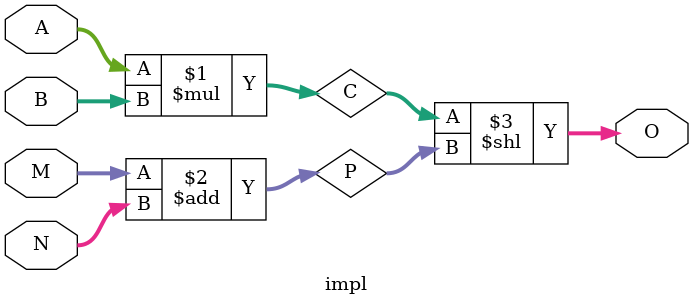
<source format=v>
module impl(A, B, M, N, O);
    input [15:0] A, B;
    input [3:0] M, N;
    output [62:0] O;
    wire [31:0] C;
    wire [4:0] P;

    assign C = A * B;
    assign P = M + N;
    assign O = C << P;
endmodule

</source>
